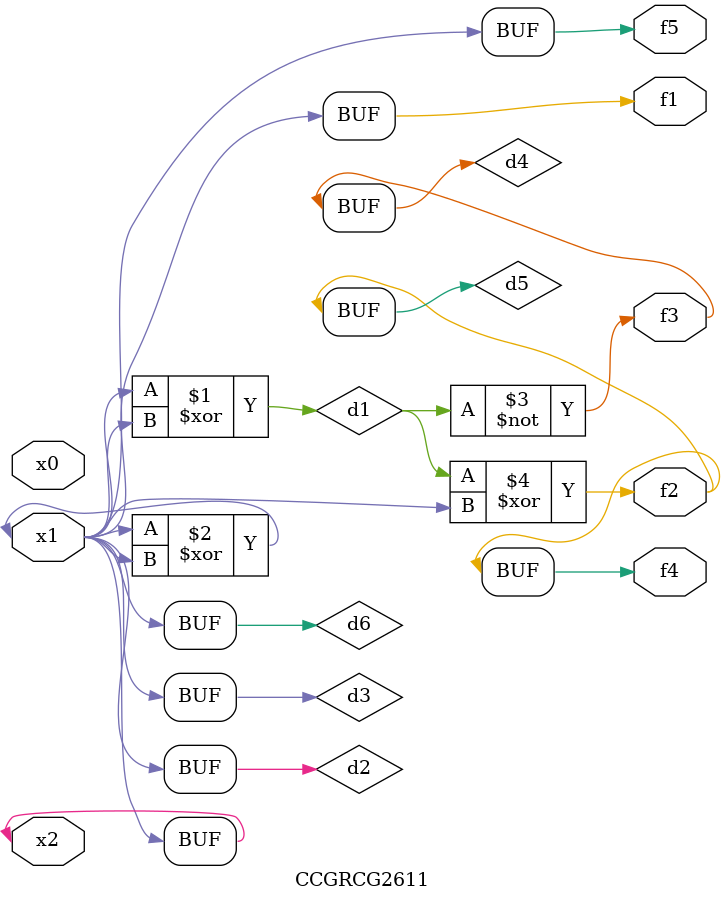
<source format=v>
module CCGRCG2611(
	input x0, x1, x2,
	output f1, f2, f3, f4, f5
);

	wire d1, d2, d3, d4, d5, d6;

	xor (d1, x1, x2);
	buf (d2, x1, x2);
	xor (d3, x1, x2);
	nor (d4, d1);
	xor (d5, d1, d2);
	buf (d6, d2, d3);
	assign f1 = d6;
	assign f2 = d5;
	assign f3 = d4;
	assign f4 = d5;
	assign f5 = d6;
endmodule

</source>
